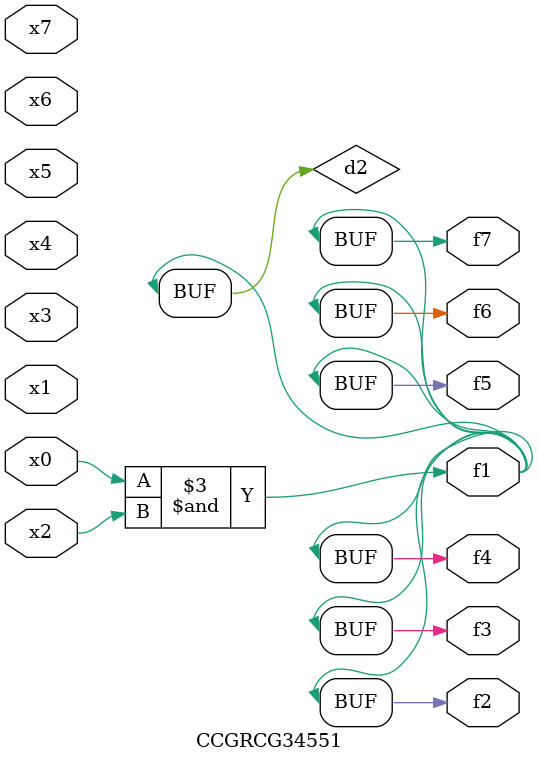
<source format=v>
module CCGRCG34551(
	input x0, x1, x2, x3, x4, x5, x6, x7,
	output f1, f2, f3, f4, f5, f6, f7
);

	wire d1, d2;

	nor (d1, x3, x6);
	and (d2, x0, x2);
	assign f1 = d2;
	assign f2 = d2;
	assign f3 = d2;
	assign f4 = d2;
	assign f5 = d2;
	assign f6 = d2;
	assign f7 = d2;
endmodule

</source>
